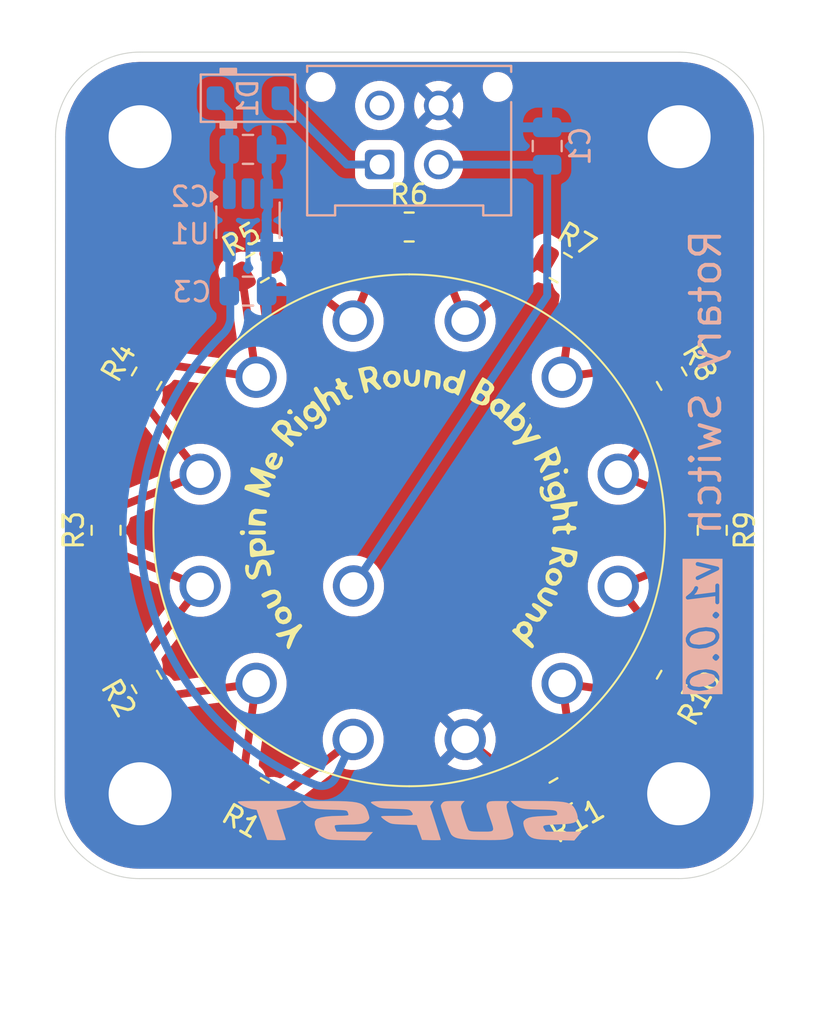
<source format=kicad_pcb>
(kicad_pcb (version 20241229) (generator "pcbnew") (generator_version "9.0")
  (title_block (comment 4 "AISLER Project ID: TIMITXVS"))
  (layers (0 "F.Cu" signal) (2 "B.Cu" signal) (13 "F.Paste" user) (15 "B.Paste" user) (5 "F.SilkS" user "F.Silkscreen") (7 "B.SilkS" user "B.Silkscreen") (1 "F.Mask" user) (3 "B.Mask" user) (25 "Edge.Cuts" user))
  (net 0 "")
  (net 1 "Net-(D1-K)")
  (net 2 "+GLV")
  (net 4 "GND")
  (net 5 "/Output")
  (net 6 "Net-(R1-Pad2)")
  (net 7 "Net-(R2-Pad2)")
  (net 8 "Net-(R3-Pad2)")
  (net 9 "Net-(R4-Pad2)")
  (net 10 "Net-(R5-Pad2)")
  (net 11 "Net-(R6-Pad2)")
  (net 12 "Net-(R7-Pad2)")
  (net 13 "Net-(R8-Pad2)")
  (net 14 "Net-(R10-Pad1)")
  (net 15 "Net-(R10-Pad2)")
  (net 16 "+3V3")
  (footprint "MountingHole:MountingHole_3.2mm_M3_DIN965_Pad" (layer "F.Cu") (at 124.91722 37.25778)
    (property "Reference" "H2" (hide yes))
    (property "Value" "MountingHole_Pad")
    (pad "1" thru_hole circle (at 0 0) (size 5.6 5.6) (drill 3.2) (layers "*.Cu" "*.Mask") (net 4 "GND"))
  )
  (footprint "Resistor_SMD:R_0805_2012Metric" (layer "F.Cu") (at 95.787998 57.249994 90)
    (property "Reference" "R3" (at 0 -1.649999 90) (layer "F.SilkS"))
    (property "Value" "330")
    (pad "1" smd roundrect (at -0.9125 0.000001 90) (size 1.025 1.4) (layers "F.Cu" "F.Mask" "F.Paste") (roundrect_rratio 0.243902) (net 7 "Net-(R2-Pad2)"))
    (pad "2" smd roundrect (at 0.9125 -0.000001 90) (size 1.025 1.4) (layers "F.Cu" "F.Mask" "F.Paste") (roundrect_rratio 0.243902) (net 8 "Net-(R3-Pad2)"))
  )
  (footprint "Resistor_SMD:R_0805_2012Metric" (layer "F.Cu") (at 118.896998 70.591988 -150)
    (property "Reference" "R11" (at -0.000002 -1.649999 30) (layer "F.SilkS"))
    (property "Value" "330")
    (pad "1" smd roundrect (at -0.9125 0.000001 210) (size 1.025 1.4) (layers "F.Cu" "F.Mask" "F.Paste") (roundrect_rratio 0.243902) (net 15 "Net-(R10-Pad2)"))
    (pad "2" smd roundrect (at 0.9125 -0.000001 210) (size 1.025 1.4) (layers "F.Cu" "F.Mask" "F.Paste") (roundrect_rratio 0.243902) (net 4 "GND"))
  )
  (footprint "SUFST:ALPHA_12pos_rotary" (layer "F.Cu") (at 108.347 67.875 90)
    (property "Reference" "SW1" (hide yes))
    (property "Value" "SW_Rotary_1x12" (hide yes))
    (pad "1" thru_hole circle (at 0 0 90) (size 2.1 2.1) (drill 1.4) (layers "*.Cu" "*.Mask") (net 16 "+3V3"))
    (pad "2" thru_hole circle (at 2.847 -4.931 90) (size 2.1 2.1) (drill 1.4) (layers "*.Cu" "*.Mask") (net 6 "Net-(R1-Pad2)"))
    (pad "3" thru_hole circle (at 7.778 -7.778 90) (size 2.1 2.1) (drill 1.4) (layers "*.Cu" "*.Mask") (net 7 "Net-(R2-Pad2)"))
    (pad "4" thru_hole circle (at 13.472 -7.778 90) (size 2.1 2.1) (drill 1.4) (layers "*.Cu" "*.Mask") (net 8 "Net-(R3-Pad2)"))
    (pad "5" thru_hole circle (at 18.403 -4.931 90) (size 2.1 2.1) (drill 1.4) (layers "*.Cu" "*.Mask") (net 9 "Net-(R4-Pad2)"))
    (pad "6" thru_hole circle (at 21.25 0 90) (size 2.1 2.1) (drill 1.4) (layers "*.Cu" "*.Mask") (net 10 "Net-(R5-Pad2)"))
    (pad "7" thru_hole circle (at 21.25 5.694 90) (size 2.1 2.1) (drill 1.4) (layers "*.Cu" "*.Mask") (net 11 "Net-(R6-Pad2)"))
    (pad "8" thru_hole circle (at 18.403 10.625 90) (size 2.1 2.1) (drill 1.4) (layers "*.Cu" "*.Mask") (net 12 "Net-(R7-Pad2)"))
    (pad "9" thru_hole circle (at 13.472 13.472 90) (size 2.1 2.1) (drill 1.4) (layers "*.Cu" "*.Mask") (net 13 "Net-(R8-Pad2)"))
    (pad "10" thru_hole circle (at 7.778 13.472 90) (size 2.1 2.1) (drill 1.4) (layers "*.Cu" "*.Mask") (net 14 "Net-(R10-Pad1)"))
    (pad "11" thru_hole circle (at 2.847 10.625 90) (size 2.1 2.1) (drill 1.4) (layers "*.Cu" "*.Mask") (net 15 "Net-(R10-Pad2)"))
    (pad "12" thru_hole circle (at 0 5.694 90) (size 2.1 2.1) (drill 1.4) (layers "*.Cu" "*.Mask") (net 4 "GND"))
    (pad "13" thru_hole circle (at 7.797 0.019 90) (size 2.1 2.1) (drill 1.4) (layers "*.Cu" "*.Mask") (net 5 "/Output"))
  )
  (footprint "Resistor_SMD:R_0805_2012Metric" (layer "F.Cu") (at 124.535988 49.547001 -60)
    (property "Reference" "R8" (at -0.000003 -1.649999 120) (layer "F.SilkS"))
    (property "Value" "330")
    (pad "1" smd roundrect (at -0.9125 0.000003 300) (size 1.025 1.4) (layers "F.Cu" "F.Mask" "F.Paste") (roundrect_rratio 0.243902) (net 12 "Net-(R7-Pad2)"))
    (pad "2" smd roundrect (at 0.9125 -0.000003 300) (size 1.025 1.4) (layers "F.Cu" "F.Mask" "F.Paste") (roundrect_rratio 0.243902) (net 13 "Net-(R8-Pad2)"))
  )
  (footprint "MountingHole:MountingHole_3.2mm_M3_DIN965_Pad" (layer "F.Cu") (at 124.89222 70.63278)
    (property "Reference" "H4" (hide yes))
    (property "Value" "MountingHole_Pad")
    (pad "1" thru_hole circle (at 0 0) (size 5.6 5.6) (drill 3.2) (layers "*.Cu" "*.Mask") (net 4 "GND"))
  )
  (footprint "MountingHole:MountingHole_3.2mm_M3_DIN965_Pad" (layer "F.Cu") (at 97.51722 37.25778)
    (property "Reference" "H1" (hide yes))
    (property "Value" "MountingHole_Pad")
    (pad "1" thru_hole circle (at 0 0) (size 5.6 5.6) (drill 3.2) (layers "*.Cu" "*.Mask") (net 4 "GND"))
  )
  (footprint "Resistor_SMD:R_0805_2012Metric" (layer "F.Cu") (at 97.85201 64.953002 120)
    (property "Reference" "R2" (at 0 -1.649999 120) (layer "F.SilkS"))
    (property "Value" "330")
    (pad "1" smd roundrect (at -0.912499 0.000001 120) (size 1.025 1.4) (layers "F.Cu" "F.Mask" "F.Paste") (roundrect_rratio 0.243902) (net 6 "Net-(R1-Pad2)"))
    (pad "2" smd roundrect (at 0.912499 -0.000001 120) (size 1.025 1.4) (layers "F.Cu" "F.Mask" "F.Paste") (roundrect_rratio 0.243902) (net 7 "Net-(R2-Pad2)"))
  )
  (footprint "MountingHole:MountingHole_3.2mm_M3_DIN965_Pad" (layer "F.Cu") (at 97.51722 70.63278)
    (property "Reference" "H3" (hide yes))
    (property "Value" "MountingHole_Pad")
    (pad "1" thru_hole circle (at 0 0) (size 5.6 5.6) (drill 3.2) (layers "*.Cu" "*.Mask") (net 4 "GND"))
  )
  (footprint "Resistor_SMD:R_0805_2012Metric" (layer "F.Cu") (at 124.535986 64.953002 -120)
    (property "Reference" "R10" (at 0 -1.649999 60) (layer "F.SilkS"))
    (property "Value" "330")
    (pad "1" smd roundrect (at -0.912498 0 240) (size 1.025 1.4) (layers "F.Cu" "F.Mask" "F.Paste") (roundrect_rratio 0.243902) (net 14 "Net-(R10-Pad1)"))
    (pad "2" smd roundrect (at 0.912498 0 240) (size 1.025 1.4) (layers "F.Cu" "F.Mask" "F.Paste") (roundrect_rratio 0.243902) (net 15 "Net-(R10-Pad2)"))
  )
  (footprint "Resistor_SMD:R_0805_2012Metric" (layer "F.Cu") (at 97.852014 49.546993 60)
    (property "Reference" "R4" (at 0 -1.649999 60) (layer "F.SilkS"))
    (property "Value" "330")
    (pad "1" smd roundrect (at -0.912498 0 60) (size 1.025 1.4) (layers "F.Cu" "F.Mask" "F.Paste") (roundrect_rratio 0.243902) (net 8 "Net-(R3-Pad2)"))
    (pad "2" smd roundrect (at 0.912498 0 60) (size 1.025 1.4) (layers "F.Cu" "F.Mask" "F.Paste") (roundrect_rratio 0.243902) (net 9 "Net-(R4-Pad2)"))
  )
  (footprint "Resistor_SMD:R_0805_2012Metric" (layer "F.Cu") (at 111.194006 41.843999)
    (property "Reference" "R6" (at -0.000002 -1.650004 0) (layer "F.SilkS"))
    (property "Value" "330")
    (pad "1" smd roundrect (at -0.912501 0) (size 1.025 1.4) (layers "F.Cu" "F.Mask" "F.Paste") (roundrect_rratio 0.243902) (net 10 "Net-(R5-Pad2)"))
    (pad "2" smd roundrect (at 0.912501 0) (size 1.025 1.4) (layers "F.Cu" "F.Mask" "F.Paste") (roundrect_rratio 0.243902) (net 11 "Net-(R6-Pad2)"))
  )
  (footprint "Resistor_SMD:R_0805_2012Metric" (layer "F.Cu") (at 103.491 70.591987 150)
    (property "Reference" "R1" (at 0 -1.649999 150) (layer "F.SilkS"))
    (property "Value" "330")
    (pad "1" smd roundrect (at -0.912499 0.000001 150) (size 1.025 1.4) (layers "F.Cu" "F.Mask" "F.Paste") (roundrect_rratio 0.243902) (net 16 "+3V3"))
    (pad "2" smd roundrect (at 0.912499 -0.000001 150) (size 1.025 1.4) (layers "F.Cu" "F.Mask" "F.Paste") (roundrect_rratio 0.243902) (net 6 "Net-(R1-Pad2)"))
  )
  (footprint "Resistor_SMD:R_0805_2012Metric" (layer "F.Cu") (at 118.897 43.908013 -30)
    (property "Reference" "R7" (at -0.000002 -1.649999 150) (layer "F.SilkS"))
    (property "Value" "330")
    (pad "1" smd roundrect (at -0.912501 0.000003 330) (size 1.025 1.4) (layers "F.Cu" "F.Mask" "F.Paste") (roundrect_rratio 0.243902) (net 11 "Net-(R6-Pad2)"))
    (pad "2" smd roundrect (at 0.912501 -0.000003 330) (size 1.025 1.4) (layers "F.Cu" "F.Mask" "F.Paste") (roundrect_rratio 0.243902) (net 12 "Net-(R7-Pad2)"))
  )
  (footprint "Resistor_SMD:R_0805_2012Metric" (layer "F.Cu") (at 126.6 57.25 -90)
    (property "Reference" "R9" (at -0.000002 -1.650004 270) (layer "F.SilkS"))
    (property "Value" "330")
    (pad "1" smd roundrect (at -0.912494 0.000002 270) (size 1.025 1.4) (layers "F.Cu" "F.Mask" "F.Paste") (roundrect_rratio 0.243902) (net 13 "Net-(R8-Pad2)"))
    (pad "2" smd roundrect (at 0.912494 -0.000002 270) (size 1.025 1.4) (layers "F.Cu" "F.Mask" "F.Paste") (roundrect_rratio 0.243902) (net 14 "Net-(R10-Pad1)"))
  )
  (footprint "Resistor_SMD:R_0805_2012Metric" (layer "F.Cu") (at 103.491005 43.908008 30)
    (property "Reference" "R5" (at 0 -1.65 30) (layer "F.SilkS"))
    (property "Value" "330")
    (pad "1" smd roundrect (at -0.912499 0.000001 30) (size 1.025 1.4) (layers "F.Cu" "F.Mask" "F.Paste") (roundrect_rratio 0.243902) (net 9 "Net-(R4-Pad2)"))
    (pad "2" smd roundrect (at 0.912499 -0.000001 30) (size 1.025 1.4) (layers "F.Cu" "F.Mask" "F.Paste") (roundrect_rratio 0.243902) (net 10 "Net-(R5-Pad2)"))
  )
  (footprint "LOGO" (layer "F.Cu") (at 111.194 57.25)
    (property "Reference" "G***" (hide yes))
    (property "Value" "LOGO" (hide yes))
  )
  (footprint "Capacitor_SMD:C_0805_2012Metric" (layer "B.Cu") (at 118.21 37.73 90)
    (property "Reference" "C1" (at 0 1.679999 90) (layer "B.SilkS") (effects (justify mirror)))
    (property "Value" "1u")
    (pad "1" smd roundrect (at -0.949999 0 90) (size 1 1.45) (layers "B.Cu" "B.Mask" "B.Paste") (net 5 "/Output"))
    (pad "2" smd roundrect (at 0.949999 0 90) (size 1 1.45) (layers "B.Cu" "B.Mask" "B.Paste") (net 4 "GND"))
  )
  (footprint "LOGO" (layer "B.Cu") (at 111.2 72 180)
    (property "Reference" "G***" (hide yes))
    (property "Value" "LOGO" (hide yes))
  )
  (footprint "PCM_Diode_SMD_AKL:D_SOD-123" (layer "B.Cu") (at 103 35.3)
    (property "Reference" "D1" (at 0 0.000001 90) (layer "B.SilkS") (effects (justify mirror)))
    (property "Value" "1N5711W" (hide yes))
    (pad "1" smd roundrect (at -1.650004 0.000003) (size 0.9 1.2) (layers "B.Cu" "B.Mask" "B.Paste") (net 1 "Net-(D1-K)"))
    (pad "2" smd roundrect (at 1.650004 -0.000003) (size 0.9 1.2) (layers "B.Cu" "B.Mask" "B.Paste") (net 2 "+GLV"))
  )
  (footprint "Connector_Molex:Molex_Micro-Fit_3.0_43045-0412_2x02_P3.00mm_Vertical" (layer "B.Cu") (at 109.693997 38.67)
    (property "Reference" "J1" (hide yes))
    (property "Value" "Conn_01x04_Socket")
    (pad "" np_thru_hole circle (at -3 -3.94) (size 1.02 1.02) (drill 1.02) (layers "*.Cu" "*.Mask"))
    (pad "" np_thru_hole circle (at 5.999999 -3.940002) (size 1.02 1.02) (drill 1.02) (layers "*.Cu" "*.Mask"))
    (pad "1" thru_hole roundrect (at 0 0) (size 1.5 1.5) (drill 1.02) (layers "*.Cu" "*.Mask") (roundrect_rratio 0.166667) (net 2 "+GLV"))
    (pad "2" thru_hole circle (at 3.000006 0.00001) (size 1.5 1.5) (drill 1.02) (layers "*.Cu" "*.Mask") (net 5 "/Output"))
    (pad "3" thru_hole circle (at 0.00001 -3.000006) (size 1.5 1.5) (drill 1.02) (layers "*.Cu" "*.Mask"))
    (pad "4" thru_hole circle (at 3.000004 -2.999998) (size 1.5 1.5) (drill 1.02) (layers "*.Cu" "*.Mask") (net 4 "GND"))
  )
  (footprint "Capacitor_SMD:C_0805_2012Metric" (layer "B.Cu") (at 103 37.9)
    (property "Reference" "C2" (at -2.95 2.4 180) (layer "B.SilkS") (effects (justify mirror)))
    (property "Value" "10uF")
    (pad "1" smd roundrect (at -0.949999 0) (size 1 1.45) (layers "B.Cu" "B.Mask" "B.Paste") (net 1 "Net-(D1-K)"))
    (pad "2" smd roundrect (at 0.949999 0) (size 1 1.45) (layers "B.Cu" "B.Mask" "B.Paste") (net 4 "GND"))
  )
  (footprint "Package_TO_SOT_SMD:SOT-23-5_HandSoldering" (layer "B.Cu") (at 103 41.5 -90)
    (property "Reference" "U1" (at 0.7 2.95 180) (layer "B.SilkS") (effects (justify mirror)))
    (property "Value" "TPS7B6925-Q1")
    (pad "1" smd roundrect (at -1.35 0.95 270) (size 1.56 0.65) (layers "B.Cu" "B.Mask" "B.Paste") (net 1 "Net-(D1-K)"))
    (pad "2" smd roundrect (at -1.35 0 270) (size 1.56 0.65) (layers "B.Cu" "B.Mask" "B.Paste"))
    (pad "3" smd roundrect (at -1.35 -0.95 270) (size 1.56 0.65) (layers "B.Cu" "B.Mask" "B.Paste") (net 4 "GND"))
    (pad "4" smd roundrect (at 1.35 -0.95 270) (size 1.56 0.65) (layers "B.Cu" "B.Mask" "B.Paste") (net 4 "GND"))
    (pad "5" smd roundrect (at 1.35 0.95 270) (size 1.56 0.65) (layers "B.Cu" "B.Mask" "B.Paste") (net 16 "+3V3"))
  )
  (footprint "Capacitor_SMD:C_0805_2012Metric" (layer "B.Cu") (at 103 45.1)
    (property "Reference" "C3" (at -2.85 0.05 180) (layer "B.SilkS") (effects (justify mirror)))
    (property "Value" "4.7uF")
    (pad "1" smd roundrect (at -0.95 0) (size 1 1.45) (layers "B.Cu" "B.Mask" "B.Paste") (net 16 "+3V3"))
    (pad "2" smd roundrect (at 0.95 0) (size 1 1.45) (layers "B.Cu" "B.Mask" "B.Paste") (net 4 "GND"))
  )
  (gr_arc (start 107.484025 69.74361) (mid 107.08263 70.167187) (end 106.5 70.2) (stroke (width 0.4)) (layer "B.Cu") (net 16))
  (gr_arc (start 106.500002 70.2) (mid 97.82095 60.066133) (end 101.7 47.3) (stroke (width 0.4)) (layer "B.Cu") (net 16))
  (gr_arc (start 102.101388 46.55) (mid 101.965528 46.959698) (end 101.7 47.3) (stroke (width 0.4)) (layer "B.Cu") (net 16))
  (gr_line (start 102.101388 46.55) (end 102.101388 45.2) (stroke (width 0.4)) (layer "B.Cu") (net 16))
  (gr_arc (start 124.91722 32.95778) (mid 127.957779 34.217221) (end 129.21722 37.25778) (stroke (width 0.05)) (layer "Edge.Cuts"))
  (gr_arc (start 93.21722 37.25778) (mid 94.476661 34.217221) (end 97.51722 32.95778) (stroke (width 0.05)) (layer "Edge.Cuts"))
  (gr_arc (start 97.482779 74.942221) (mid 94.44222 73.68278) (end 93.182779 70.642221) (stroke (width 0.05)) (layer "Edge.Cuts"))
  (gr_line (start 129.21722 37.25778) (end 129.20166 70.642221) (stroke (width 0.05)) (layer "Edge.Cuts"))
  (gr_arc (start 129.201661 70.642221) (mid 127.94222 73.68278) (end 124.901661 74.942221) (stroke (width 0.05)) (layer "Edge.Cuts"))
  (gr_line (start 97.51722 32.95778) (end 124.91722 32.95778) (stroke (width 0.05)) (layer "Edge.Cuts"))
  (gr_line (start 93.182779 70.64222) (end 93.21722 37.25778) (stroke (width 0.05)) (layer "Edge.Cuts"))
  (gr_line (start 124.901661 74.942221) (end 97.48278 74.942221) (stroke (width 0.05)) (layer "Edge.Cuts"))
  (gr_text "Rotary Switch" (at 127.149999 41.849999 90) (layer "B.SilkS") (effects (font (size 1.5 1.5) (thickness 0.2) (bold yes)) (justify left bottom mirror)))
  (gr_text "v1.0.0" (at 127.05 58.5 90) (layer "B.SilkS" knockout) (effects (font (size 1.5 1.5) (thickness 0.2) (bold yes) (italic yes)) (justify left bottom mirror)))
  (segment (start 102.05 40.15) (end 102.050001 37.9) (width 0.4) (layer "B.Cu") (net 1))
  (segment (start 102.050001 36.000008) (end 101.349996 35.300003) (width 0.4) (layer "B.Cu") (net 1))
  (segment (start 102.050001 37.9) (end 102.050001 36.000008) (width 0.4) (layer "B.Cu") (net 1))
  (segment (start 109.693997 38.67) (end 109.510014 38.67) (width 0.4) (layer "F.Cu") (net 2))
  (segment (start 108.020007 38.67) (end 109.693997 38.67) (width 0.4) (layer "B.Cu") (net 2))
  (segment (start 104.650004 35.299997) (end 108.020007 38.67) (width 0.4) (layer "B.Cu") (net 2))
  (segment (start 114.067124 67.863382) (end 118.132876 71.036618) (width 0.4) (layer "F.Cu") (net 4))
  (segment (start 112.701524 38.662489) (end 112.694003 38.67001) (width 0.4) (layer "F.Cu") (net 5))
  (segment (start 118.21 45.34) (end 117.9 45.8) (width 0.4) (layer "B.Cu") (net 5))
  (segment (start 117.9 45.8) (end 108.366 60.078) (width 0.4) (layer "B.Cu") (net 5))
  (segment (start 118.21 38.679999) (end 112.694003 38.67001) (width 0.4) (layer "B.Cu") (net 5))
  (segment (start 118.21 38.679999) (end 118.21 45.34) (width 0.4) (layer "B.Cu") (net 5))
  (segment (start 98.308261 65.743249) (end 103.416 65.028) (width 0.4) (layer "F.Cu") (net 6))
  (segment (start 103.416 65.028) (end 102.700752 70.135738) (width 0.4) (layer "F.Cu") (net 6))
  (segment (start 95.787999 58.162494) (end 100.569 60.097) (width 0.4) (layer "F.Cu") (net 7))
  (segment (start 97.395759 64.162755) (end 100.569 60.097) (width 0.4) (layer "F.Cu") (net 7))
  (segment (start 95.787997 56.337494) (end 100.569 54.403) (width 0.4) (layer "F.Cu") (net 8))
  (segment (start 97.395765 50.33724) (end 100.569 54.403) (width 0.4) (layer "F.Cu") (net 8))
  (segment (start 102.700758 44.364258) (end 103.416 49.472) (width 0.4) (layer "F.Cu") (net 9))
  (segment (start 98.308263 48.756746) (end 103.416 49.472) (width 0.4) (layer "F.Cu") (net 9))
  (segment (start 104.281252 43.451758) (end 108.347 46.625) (width 0.4) (layer "F.Cu") (net 10))
  (segment (start 108.347 46.625) (end 110.281505 41.843999) (width 0.4) (layer "F.Cu") (net 10))
  (segment (start 112.106507 41.843999) (end 114.041 46.625) (width 0.4) (layer "F.Cu") (net 11))
  (segment (start 118.10675 43.451765) (end 114.041 46.625) (width 0.4) (layer "F.Cu") (net 11))
  (segment (start 119.68725 44.364261) (end 118.972 49.472) (width 0.4) (layer "F.Cu") (net 12))
  (segment (start 124.079735 48.756754) (end 118.972 49.472) (width 0.4) (layer "F.Cu") (net 12))
  (segment (start 126.599998 56.337506) (end 121.819 54.403) (width 0.4) (layer "F.Cu") (net 13))
  (segment (start 124.992241 50.337248) (end 121.819 54.403) (width 0.4) (layer "F.Cu") (net 13))
  (segment (start 124.992235 64.162755) (end 121.819 60.097) (width 0.4) (layer "F.Cu") (net 14))
  (segment (start 126.600002 58.162494) (end 121.819 60.097) (width 0.4) (layer "F.Cu") (net 14))
  (segment (start 119.687246 70.135737) (end 118.972 65.028) (width 0.4) (layer "F.Cu") (net 15))
  (segment (start 124.079737 65.743249) (end 118.972 65.028) (width 0.4) (layer "F.Cu") (net 15))
  (segment (start 103.999998 71.329486) (end 104.281248 71.048236) (width 0.4) (layer "F.Cu") (net 16))
  (segment (start 104.357022 71.12401) (end 104.281248 71.048236) (width 0.4) (layer "F.Cu") (net 16))
  (segment (start 108.347 67.875) (end 104.281248 71.048236) (width 0.4) (layer "F.Cu") (net 16))
  (segment (start 102.05 45.1) (end 102.05 42.85) (width 0.4) (layer "B.Cu") (net 16))
  (segment (start 107.484025 69.74361) (end 108.347 67.875) (width 0.4) (layer "B.Cu") (net 16))
  (zone (net 4) (net_name "GND") (layers "F.Cu" "B.Cu") (connect_pads (clearance 0.5)) (min_thickness 0.25) (fill yes (thermal_gap 0.5) (thermal_bridge_width 0.5))
    (polygon (pts (xy 90.395333 31.30226) (xy 90.441614 82.35) (xy 132.7 82.35) (xy 132.7 31.202249)))
  )
)
</source>
